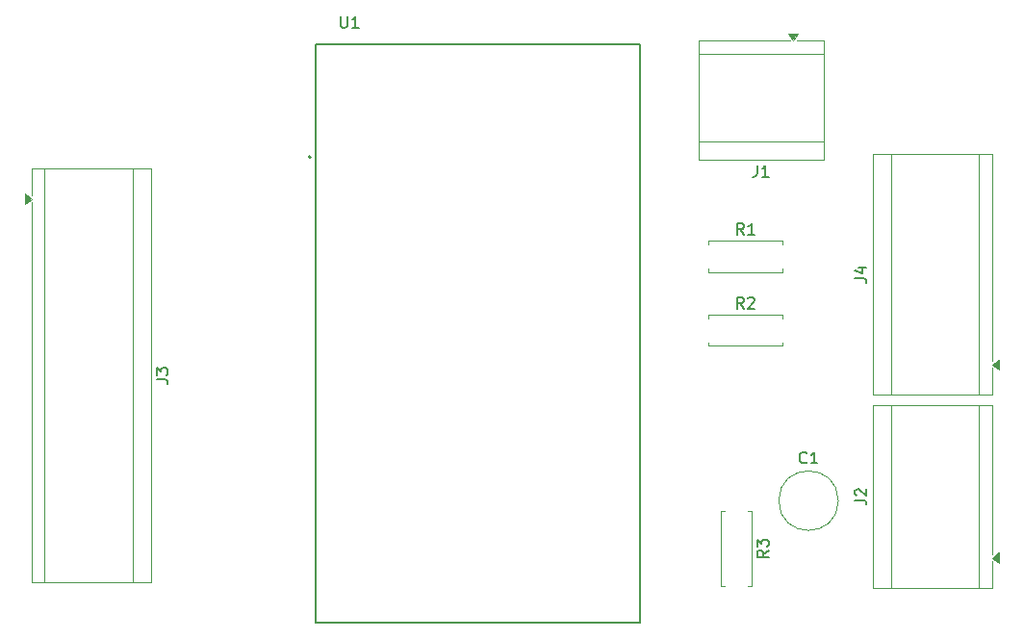
<source format=gbr>
%TF.GenerationSoftware,KiCad,Pcbnew,9.0.4*%
%TF.CreationDate,2025-09-22T07:52:28+08:00*%
%TF.ProjectId,SecurityDoorLockSystem,53656375-7269-4747-9944-6f6f724c6f63,0*%
%TF.SameCoordinates,Original*%
%TF.FileFunction,Legend,Top*%
%TF.FilePolarity,Positive*%
%FSLAX46Y46*%
G04 Gerber Fmt 4.6, Leading zero omitted, Abs format (unit mm)*
G04 Created by KiCad (PCBNEW 9.0.4) date 2025-09-22 07:52:28*
%MOMM*%
%LPD*%
G01*
G04 APERTURE LIST*
%ADD10C,0.150000*%
%ADD11C,0.127000*%
%ADD12C,0.200000*%
%ADD13C,0.120000*%
G04 APERTURE END LIST*
D10*
X106183095Y-52869819D02*
X106183095Y-53679342D01*
X106183095Y-53679342D02*
X106230714Y-53774580D01*
X106230714Y-53774580D02*
X106278333Y-53822200D01*
X106278333Y-53822200D02*
X106373571Y-53869819D01*
X106373571Y-53869819D02*
X106564047Y-53869819D01*
X106564047Y-53869819D02*
X106659285Y-53822200D01*
X106659285Y-53822200D02*
X106706904Y-53774580D01*
X106706904Y-53774580D02*
X106754523Y-53679342D01*
X106754523Y-53679342D02*
X106754523Y-52869819D01*
X107754523Y-53869819D02*
X107183095Y-53869819D01*
X107468809Y-53869819D02*
X107468809Y-52869819D01*
X107468809Y-52869819D02*
X107373571Y-53012676D01*
X107373571Y-53012676D02*
X107278333Y-53107914D01*
X107278333Y-53107914D02*
X107183095Y-53155533D01*
X143824819Y-99856666D02*
X143348628Y-100189999D01*
X143824819Y-100428094D02*
X142824819Y-100428094D01*
X142824819Y-100428094D02*
X142824819Y-100047142D01*
X142824819Y-100047142D02*
X142872438Y-99951904D01*
X142872438Y-99951904D02*
X142920057Y-99904285D01*
X142920057Y-99904285D02*
X143015295Y-99856666D01*
X143015295Y-99856666D02*
X143158152Y-99856666D01*
X143158152Y-99856666D02*
X143253390Y-99904285D01*
X143253390Y-99904285D02*
X143301009Y-99951904D01*
X143301009Y-99951904D02*
X143348628Y-100047142D01*
X143348628Y-100047142D02*
X143348628Y-100428094D01*
X142824819Y-99523332D02*
X142824819Y-98904285D01*
X142824819Y-98904285D02*
X143205771Y-99237618D01*
X143205771Y-99237618D02*
X143205771Y-99094761D01*
X143205771Y-99094761D02*
X143253390Y-98999523D01*
X143253390Y-98999523D02*
X143301009Y-98951904D01*
X143301009Y-98951904D02*
X143396247Y-98904285D01*
X143396247Y-98904285D02*
X143634342Y-98904285D01*
X143634342Y-98904285D02*
X143729580Y-98951904D01*
X143729580Y-98951904D02*
X143777200Y-98999523D01*
X143777200Y-98999523D02*
X143824819Y-99094761D01*
X143824819Y-99094761D02*
X143824819Y-99380475D01*
X143824819Y-99380475D02*
X143777200Y-99475713D01*
X143777200Y-99475713D02*
X143729580Y-99523332D01*
X151434819Y-95453333D02*
X152149104Y-95453333D01*
X152149104Y-95453333D02*
X152291961Y-95500952D01*
X152291961Y-95500952D02*
X152387200Y-95596190D01*
X152387200Y-95596190D02*
X152434819Y-95739047D01*
X152434819Y-95739047D02*
X152434819Y-95834285D01*
X151530057Y-95024761D02*
X151482438Y-94977142D01*
X151482438Y-94977142D02*
X151434819Y-94881904D01*
X151434819Y-94881904D02*
X151434819Y-94643809D01*
X151434819Y-94643809D02*
X151482438Y-94548571D01*
X151482438Y-94548571D02*
X151530057Y-94500952D01*
X151530057Y-94500952D02*
X151625295Y-94453333D01*
X151625295Y-94453333D02*
X151720533Y-94453333D01*
X151720533Y-94453333D02*
X151863390Y-94500952D01*
X151863390Y-94500952D02*
X152434819Y-95072380D01*
X152434819Y-95072380D02*
X152434819Y-94453333D01*
X141643333Y-78584819D02*
X141310000Y-78108628D01*
X141071905Y-78584819D02*
X141071905Y-77584819D01*
X141071905Y-77584819D02*
X141452857Y-77584819D01*
X141452857Y-77584819D02*
X141548095Y-77632438D01*
X141548095Y-77632438D02*
X141595714Y-77680057D01*
X141595714Y-77680057D02*
X141643333Y-77775295D01*
X141643333Y-77775295D02*
X141643333Y-77918152D01*
X141643333Y-77918152D02*
X141595714Y-78013390D01*
X141595714Y-78013390D02*
X141548095Y-78061009D01*
X141548095Y-78061009D02*
X141452857Y-78108628D01*
X141452857Y-78108628D02*
X141071905Y-78108628D01*
X142024286Y-77680057D02*
X142071905Y-77632438D01*
X142071905Y-77632438D02*
X142167143Y-77584819D01*
X142167143Y-77584819D02*
X142405238Y-77584819D01*
X142405238Y-77584819D02*
X142500476Y-77632438D01*
X142500476Y-77632438D02*
X142548095Y-77680057D01*
X142548095Y-77680057D02*
X142595714Y-77775295D01*
X142595714Y-77775295D02*
X142595714Y-77870533D01*
X142595714Y-77870533D02*
X142548095Y-78013390D01*
X142548095Y-78013390D02*
X141976667Y-78584819D01*
X141976667Y-78584819D02*
X142595714Y-78584819D01*
X141643333Y-72084819D02*
X141310000Y-71608628D01*
X141071905Y-72084819D02*
X141071905Y-71084819D01*
X141071905Y-71084819D02*
X141452857Y-71084819D01*
X141452857Y-71084819D02*
X141548095Y-71132438D01*
X141548095Y-71132438D02*
X141595714Y-71180057D01*
X141595714Y-71180057D02*
X141643333Y-71275295D01*
X141643333Y-71275295D02*
X141643333Y-71418152D01*
X141643333Y-71418152D02*
X141595714Y-71513390D01*
X141595714Y-71513390D02*
X141548095Y-71561009D01*
X141548095Y-71561009D02*
X141452857Y-71608628D01*
X141452857Y-71608628D02*
X141071905Y-71608628D01*
X142595714Y-72084819D02*
X142024286Y-72084819D01*
X142310000Y-72084819D02*
X142310000Y-71084819D01*
X142310000Y-71084819D02*
X142214762Y-71227676D01*
X142214762Y-71227676D02*
X142119524Y-71322914D01*
X142119524Y-71322914D02*
X142024286Y-71370533D01*
X151434819Y-75913333D02*
X152149104Y-75913333D01*
X152149104Y-75913333D02*
X152291961Y-75960952D01*
X152291961Y-75960952D02*
X152387200Y-76056190D01*
X152387200Y-76056190D02*
X152434819Y-76199047D01*
X152434819Y-76199047D02*
X152434819Y-76294285D01*
X151768152Y-75008571D02*
X152434819Y-75008571D01*
X151387200Y-75246666D02*
X152101485Y-75484761D01*
X152101485Y-75484761D02*
X152101485Y-74865714D01*
X89974819Y-84793333D02*
X90689104Y-84793333D01*
X90689104Y-84793333D02*
X90831961Y-84840952D01*
X90831961Y-84840952D02*
X90927200Y-84936190D01*
X90927200Y-84936190D02*
X90974819Y-85079047D01*
X90974819Y-85079047D02*
X90974819Y-85174285D01*
X89974819Y-84412380D02*
X89974819Y-83793333D01*
X89974819Y-83793333D02*
X90355771Y-84126666D01*
X90355771Y-84126666D02*
X90355771Y-83983809D01*
X90355771Y-83983809D02*
X90403390Y-83888571D01*
X90403390Y-83888571D02*
X90451009Y-83840952D01*
X90451009Y-83840952D02*
X90546247Y-83793333D01*
X90546247Y-83793333D02*
X90784342Y-83793333D01*
X90784342Y-83793333D02*
X90879580Y-83840952D01*
X90879580Y-83840952D02*
X90927200Y-83888571D01*
X90927200Y-83888571D02*
X90974819Y-83983809D01*
X90974819Y-83983809D02*
X90974819Y-84269523D01*
X90974819Y-84269523D02*
X90927200Y-84364761D01*
X90927200Y-84364761D02*
X90879580Y-84412380D01*
X142826666Y-65974819D02*
X142826666Y-66689104D01*
X142826666Y-66689104D02*
X142779047Y-66831961D01*
X142779047Y-66831961D02*
X142683809Y-66927200D01*
X142683809Y-66927200D02*
X142540952Y-66974819D01*
X142540952Y-66974819D02*
X142445714Y-66974819D01*
X143826666Y-66974819D02*
X143255238Y-66974819D01*
X143540952Y-66974819D02*
X143540952Y-65974819D01*
X143540952Y-65974819D02*
X143445714Y-66117676D01*
X143445714Y-66117676D02*
X143350476Y-66212914D01*
X143350476Y-66212914D02*
X143255238Y-66260533D01*
X147178333Y-92089580D02*
X147130714Y-92137200D01*
X147130714Y-92137200D02*
X146987857Y-92184819D01*
X146987857Y-92184819D02*
X146892619Y-92184819D01*
X146892619Y-92184819D02*
X146749762Y-92137200D01*
X146749762Y-92137200D02*
X146654524Y-92041961D01*
X146654524Y-92041961D02*
X146606905Y-91946723D01*
X146606905Y-91946723D02*
X146559286Y-91756247D01*
X146559286Y-91756247D02*
X146559286Y-91613390D01*
X146559286Y-91613390D02*
X146606905Y-91422914D01*
X146606905Y-91422914D02*
X146654524Y-91327676D01*
X146654524Y-91327676D02*
X146749762Y-91232438D01*
X146749762Y-91232438D02*
X146892619Y-91184819D01*
X146892619Y-91184819D02*
X146987857Y-91184819D01*
X146987857Y-91184819D02*
X147130714Y-91232438D01*
X147130714Y-91232438D02*
X147178333Y-91280057D01*
X148130714Y-92184819D02*
X147559286Y-92184819D01*
X147845000Y-92184819D02*
X147845000Y-91184819D01*
X147845000Y-91184819D02*
X147749762Y-91327676D01*
X147749762Y-91327676D02*
X147654524Y-91422914D01*
X147654524Y-91422914D02*
X147559286Y-91470533D01*
D11*
%TO.C,U1*%
X104020000Y-55300000D02*
X115089000Y-55300000D01*
X104020000Y-55300000D02*
X132530000Y-55300000D01*
X104020000Y-106250000D02*
X104020000Y-55300000D01*
X104020000Y-106250000D02*
X104020000Y-55300000D01*
X104020000Y-106250000D02*
X109390000Y-106250000D01*
X109390000Y-106250000D02*
X127080000Y-106250000D01*
X115089000Y-55300000D02*
X121800000Y-55300000D01*
X121800000Y-55300000D02*
X132530000Y-55300000D01*
X127080000Y-106250000D02*
X132530000Y-106250000D01*
X132530000Y-55300000D02*
X132530000Y-106250000D01*
X132530000Y-55300000D02*
X132530000Y-106250000D01*
X132530000Y-106250000D02*
X104020000Y-106250000D01*
D12*
X103550000Y-65260000D02*
G75*
G02*
X103350000Y-65260000I-100000J0D01*
G01*
X103350000Y-65260000D02*
G75*
G02*
X103550000Y-65260000I100000J0D01*
G01*
D13*
%TO.C,R3*%
X139630000Y-102960000D02*
X139960000Y-102960000D01*
X142370000Y-102960000D02*
X142040000Y-102960000D01*
X139630000Y-96420000D02*
X139630000Y-102960000D01*
X139960000Y-96420000D02*
X139630000Y-96420000D01*
X142040000Y-96420000D02*
X142370000Y-96420000D01*
X142370000Y-96420000D02*
X142370000Y-102960000D01*
%TO.C,J2*%
X164080000Y-100940000D02*
X163470000Y-100500000D01*
X164080000Y-100060000D01*
X164080000Y-100940000D01*
G36*
X164080000Y-100940000D02*
G01*
X163470000Y-100500000D01*
X164080000Y-100060000D01*
X164080000Y-100940000D01*
G37*
X163470000Y-87080000D02*
X163470000Y-100200000D01*
X152980000Y-87080000D02*
X163470000Y-87080000D01*
X163470000Y-100800000D02*
X163470000Y-103160000D01*
X163470000Y-103160000D02*
X152980000Y-103160000D01*
X162350000Y-103160000D02*
X162350000Y-87080000D01*
X154600000Y-103160000D02*
X154600000Y-87080000D01*
X152980000Y-103160000D02*
X152980000Y-87080000D01*
%TO.C,R2*%
X138540000Y-79130000D02*
X145080000Y-79130000D01*
X138540000Y-79460000D02*
X138540000Y-79130000D01*
X138540000Y-81540000D02*
X138540000Y-81870000D01*
X138540000Y-81870000D02*
X145080000Y-81870000D01*
X145080000Y-79130000D02*
X145080000Y-79460000D01*
X145080000Y-81870000D02*
X145080000Y-81540000D01*
%TO.C,R1*%
X138540000Y-72630000D02*
X145080000Y-72630000D01*
X138540000Y-72960000D02*
X138540000Y-72630000D01*
X138540000Y-75040000D02*
X138540000Y-75370000D01*
X138540000Y-75370000D02*
X145080000Y-75370000D01*
X145080000Y-72630000D02*
X145080000Y-72960000D01*
X145080000Y-75370000D02*
X145080000Y-75040000D01*
%TO.C,J4*%
X152980000Y-86160000D02*
X152980000Y-65000000D01*
X154600000Y-86160000D02*
X154600000Y-65000000D01*
X162350000Y-86160000D02*
X162350000Y-65000000D01*
X163470000Y-86160000D02*
X152980000Y-86160000D01*
X163470000Y-83800000D02*
X163470000Y-86160000D01*
X152980000Y-65000000D02*
X163470000Y-65000000D01*
X163470000Y-65000000D02*
X163470000Y-83200000D01*
X164080000Y-83940000D02*
X163470000Y-83500000D01*
X164080000Y-83060000D01*
X164080000Y-83940000D01*
G36*
X164080000Y-83940000D02*
G01*
X163470000Y-83500000D01*
X164080000Y-83060000D01*
X164080000Y-83940000D01*
G37*
%TO.C,J3*%
X89520000Y-66260000D02*
X89520000Y-102660000D01*
X87900000Y-66260000D02*
X87900000Y-102660000D01*
X80150000Y-66260000D02*
X80150000Y-102660000D01*
X79030000Y-66260000D02*
X89520000Y-66260000D01*
X79030000Y-68620000D02*
X79030000Y-66260000D01*
X89520000Y-102660000D02*
X79030000Y-102660000D01*
X79030000Y-102660000D02*
X79030000Y-69220000D01*
X79030000Y-68920000D02*
X78420000Y-69360000D01*
X78420000Y-68480000D01*
X79030000Y-68920000D01*
G36*
X79030000Y-68920000D02*
G01*
X78420000Y-69360000D01*
X78420000Y-68480000D01*
X79030000Y-68920000D01*
G37*
%TO.C,J1*%
X148660000Y-65520000D02*
X137660000Y-65520000D01*
X148660000Y-63900000D02*
X137660000Y-63900000D01*
X148660000Y-56150000D02*
X137660000Y-56150000D01*
X148660000Y-55030000D02*
X148660000Y-65520000D01*
X146300000Y-55030000D02*
X148660000Y-55030000D01*
X137660000Y-65520000D02*
X137660000Y-55030000D01*
X137660000Y-55030000D02*
X145700000Y-55030000D01*
X146000000Y-55030000D02*
X145560000Y-54420000D01*
X146440000Y-54420000D01*
X146000000Y-55030000D01*
G36*
X146000000Y-55030000D02*
G01*
X145560000Y-54420000D01*
X146440000Y-54420000D01*
X146000000Y-55030000D01*
G37*
%TO.C,C1*%
X149965000Y-95480000D02*
G75*
G02*
X144725000Y-95480000I-2620000J0D01*
G01*
X144725000Y-95480000D02*
G75*
G02*
X149965000Y-95480000I2620000J0D01*
G01*
%TD*%
M02*

</source>
